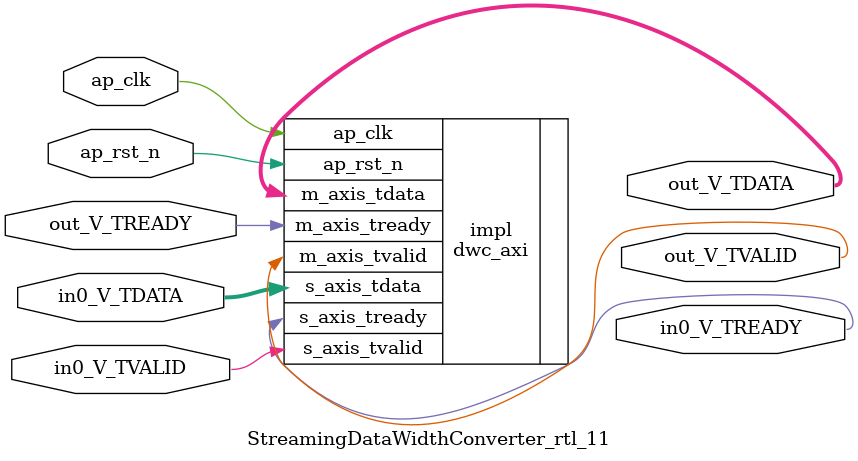
<source format=v>
/******************************************************************************
 * Copyright (C) 2023, Advanced Micro Devices, Inc.
 * All rights reserved.
 *
 * Redistribution and use in source and binary forms, with or without
 * modification, are permitted provided that the following conditions are met:
 *
 *  1. Redistributions of source code must retain the above copyright notice,
 *     this list of conditions and the following disclaimer.
 *
 *  2. Redistributions in binary form must reproduce the above copyright
 *     notice, this list of conditions and the following disclaimer in the
 *     documentation and/or other materials provided with the distribution.
 *
 *  3. Neither the name of the copyright holder nor the names of its
 *     contributors may be used to endorse or promote products derived from
 *     this software without specific prior written permission.
 *
 * THIS SOFTWARE IS PROVIDED BY THE COPYRIGHT HOLDERS AND CONTRIBUTORS "AS IS"
 * AND ANY EXPRESS OR IMPLIED WARRANTIES, INCLUDING, BUT NOT LIMITED TO,
 * THE IMPLIED WARRANTIES OF MERCHANTABILITY AND FITNESS FOR A PARTICULAR
 * PURPOSE ARE DISCLAIMED. IN NO EVENT SHALL THE COPYRIGHT HOLDER OR
 * CONTRIBUTORS BE LIABLE FOR ANY DIRECT, INDIRECT, INCIDENTAL, SPECIAL,
 * EXEMPLARY, OR CONSEQUENTIAL DAMAGES (INCLUDING, BUT NOT LIMITED TO,
 * PROCUREMENT OF SUBSTITUTE GOODS OR SERVICES; LOSS OF USE, DATA, OR PROFITS;
 * OR BUSINESS INTERRUPTION). HOWEVER CAUSED AND ON ANY THEORY OF LIABILITY,
 * WHETHER IN CONTRACT, STRICT LIABILITY, OR TORT (INCLUDING NEGLIGENCE OR
 * OTHERWISE) ARISING IN ANY WAY OUT OF THE USE OF THIS SOFTWARE, EVEN IF
 * ADVISED OF THE POSSIBILITY OF SUCH DAMAGE.
 *****************************************************************************/

module StreamingDataWidthConverter_rtl_11 #(
	parameter  IBITS = 312,
	parameter  OBITS = 3,

	parameter  AXI_IBITS = (IBITS+7)/8 * 8,
	parameter  AXI_OBITS = (OBITS+7)/8 * 8
)(
	//- Global Control ------------------
	(* X_INTERFACE_INFO = "xilinx.com:signal:clock:1.0 ap_clk CLK" *)
	(* X_INTERFACE_PARAMETER = "ASSOCIATED_BUSIF in0_V:out_V, ASSOCIATED_RESET ap_rst_n" *)
	input	ap_clk,
	(* X_INTERFACE_PARAMETER = "POLARITY ACTIVE_LOW" *)
	input	ap_rst_n,

	//- AXI Stream - Input --------------
	output	in0_V_TREADY,
	input	in0_V_TVALID,
	input	[AXI_IBITS-1:0]  in0_V_TDATA,

	//- AXI Stream - Output -------------
	input	out_V_TREADY,
	output	out_V_TVALID,
	output	[AXI_OBITS-1:0]  out_V_TDATA
);

	dwc_axi #(
		.IBITS(IBITS),
		.OBITS(OBITS)
	) impl (
		.ap_clk(ap_clk),
		.ap_rst_n(ap_rst_n),
		.s_axis_tready(in0_V_TREADY),
		.s_axis_tvalid(in0_V_TVALID),
		.s_axis_tdata(in0_V_TDATA),
		.m_axis_tready(out_V_TREADY),
		.m_axis_tvalid(out_V_TVALID),
		.m_axis_tdata(out_V_TDATA)
	);

endmodule

</source>
